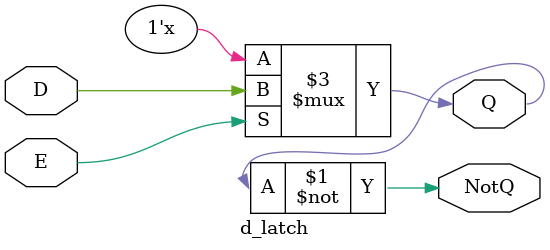
<source format=v>
module d_latch(
    input D, E,
    output NotQ,
    output reg Q
    );
    
    assign NotQ = ~Q;

    always @(D, E) begin
        if (E)
            Q <= D;
    end
endmodule
</source>
